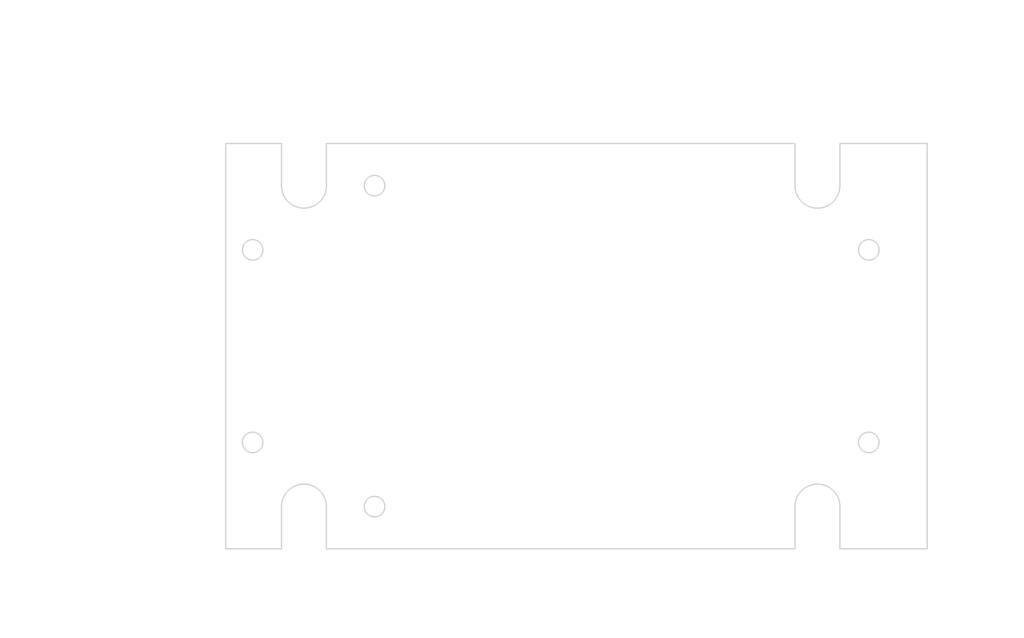
<source format=kicad_pcb>
(kicad_pcb (version 20171130) (host pcbnew "(5.1.0)-1")

  (general
    (thickness 1.6)
    (drawings 91)
    (tracks 0)
    (zones 0)
    (modules 0)
    (nets 1)
  )

  (page A4)
  (layers
    (0 F.Cu signal)
    (31 B.Cu signal)
    (32 B.Adhes user)
    (33 F.Adhes user)
    (34 B.Paste user)
    (35 F.Paste user)
    (36 B.SilkS user)
    (37 F.SilkS user)
    (38 B.Mask user)
    (39 F.Mask user)
    (40 Dwgs.User user)
    (41 Cmts.User user)
    (42 Eco1.User user)
    (43 Eco2.User user)
    (44 Edge.Cuts user)
    (45 Margin user)
    (46 B.CrtYd user)
    (47 F.CrtYd user)
    (48 B.Fab user)
    (49 F.Fab user)
  )

  (setup
    (last_trace_width 0.25)
    (trace_clearance 0.2)
    (zone_clearance 0.508)
    (zone_45_only no)
    (trace_min 0.2)
    (via_size 0.8)
    (via_drill 0.4)
    (via_min_size 0.4)
    (via_min_drill 0.3)
    (uvia_size 0.3)
    (uvia_drill 0.1)
    (uvias_allowed no)
    (uvia_min_size 0.2)
    (uvia_min_drill 0.1)
    (edge_width 0.05)
    (segment_width 0.2)
    (pcb_text_width 0.3)
    (pcb_text_size 1.5 1.5)
    (mod_edge_width 0.12)
    (mod_text_size 1 1)
    (mod_text_width 0.15)
    (pad_size 1.524 1.524)
    (pad_drill 0.762)
    (pad_to_mask_clearance 0.051)
    (solder_mask_min_width 0.25)
    (aux_axis_origin 0 0)
    (visible_elements FFFFFF7F)
    (pcbplotparams
      (layerselection 0x010fc_ffffffff)
      (usegerberextensions false)
      (usegerberattributes false)
      (usegerberadvancedattributes false)
      (creategerberjobfile false)
      (excludeedgelayer true)
      (linewidth 0.152400)
      (plotframeref false)
      (viasonmask false)
      (mode 1)
      (useauxorigin false)
      (hpglpennumber 1)
      (hpglpenspeed 20)
      (hpglpendiameter 15.000000)
      (psnegative false)
      (psa4output false)
      (plotreference true)
      (plotvalue true)
      (plotinvisibletext false)
      (padsonsilk false)
      (subtractmaskfromsilk false)
      (outputformat 1)
      (mirror false)
      (drillshape 1)
      (scaleselection 1)
      (outputdirectory ""))
  )

  (net 0 "")

  (net_class Default "This is the default net class."
    (clearance 0.2)
    (trace_width 0.25)
    (via_dia 0.8)
    (via_drill 0.4)
    (uvia_dia 0.3)
    (uvia_drill 0.1)
  )

  (gr_line (start 192.232922 140.694668) (end 119.232922 140.694668) (layer Edge.Cuts) (width 0.2))
  (gr_line (start 119.232922 140.694668) (end 119.232922 134.124847) (layer Edge.Cuts) (width 0.2))
  (gr_arc (start 115.732922 134.124847) (end 119.232922 134.124847) (angle -180) (layer Edge.Cuts) (width 0.2))
  (gr_line (start 112.232922 134.124847) (end 112.232922 140.694668) (layer Edge.Cuts) (width 0.2))
  (gr_line (start 112.232922 140.694668) (end 103.539685 140.694668) (layer Edge.Cuts) (width 0.2))
  (gr_line (start 103.539685 140.694668) (end 103.539685 77.555026) (layer Edge.Cuts) (width 0.2))
  (gr_line (start 212.832554 140.694668) (end 212.832554 77.555026) (layer Edge.Cuts) (width 0.2))
  (gr_line (start 212.832554 140.694668) (end 199.232922 140.694668) (layer Edge.Cuts) (width 0.2))
  (gr_line (start 199.232922 140.694668) (end 199.232922 134.124847) (layer Edge.Cuts) (width 0.2))
  (gr_arc (start 195.732922 134.124847) (end 199.232922 134.124847) (angle -180) (layer Edge.Cuts) (width 0.2))
  (gr_line (start 192.232922 134.124847) (end 192.232922 140.694668) (layer Edge.Cuts) (width 0.2))
  (gr_circle (center 203.732922 124.124847) (end 205.332922 124.124847) (layer Edge.Cuts) (width 0.2))
  (gr_circle (center 126.732922 134.124847) (end 128.332922 134.124847) (layer Edge.Cuts) (width 0.2))
  (gr_circle (center 107.732922 124.124847) (end 109.332922 124.124847) (layer Edge.Cuts) (width 0.2))
  (gr_line (start 192.232922 77.555026) (end 119.232922 77.555026) (layer Edge.Cuts) (width 0.2))
  (gr_line (start 119.232922 77.555026) (end 119.232922 84.124847) (layer Edge.Cuts) (width 0.2))
  (gr_arc (start 115.732922 84.124847) (end 112.232922 84.124847) (angle -180) (layer Edge.Cuts) (width 0.2))
  (gr_line (start 112.232922 84.124847) (end 112.232922 77.555026) (layer Edge.Cuts) (width 0.2))
  (gr_line (start 112.232922 77.555026) (end 103.539685 77.555026) (layer Edge.Cuts) (width 0.2))
  (gr_line (start 212.832554 77.555026) (end 199.232922 77.555026) (layer Edge.Cuts) (width 0.2))
  (gr_line (start 199.232922 77.555026) (end 199.232922 84.124847) (layer Edge.Cuts) (width 0.2))
  (gr_arc (start 195.732922 84.124847) (end 192.232922 84.124847) (angle -180) (layer Edge.Cuts) (width 0.2))
  (gr_line (start 192.232922 84.124847) (end 192.232922 77.555026) (layer Edge.Cuts) (width 0.2))
  (gr_circle (center 203.732922 94.124847) (end 205.332922 94.124847) (layer Edge.Cuts) (width 0.2))
  (gr_circle (center 126.732922 84.124847) (end 128.332922 84.124847) (layer Edge.Cuts) (width 0.2))
  (gr_circle (center 107.732922 94.124847) (end 109.332922 94.124847) (layer Edge.Cuts) (width 0.2))
  (gr_line (start 203.732922 124.214847) (end 203.732922 124.034847) (layer Dwgs.User) (width 0.2))
  (gr_line (start 203.642922 124.124847) (end 203.822922 124.124847) (layer Dwgs.User) (width 0.2))
  (gr_text " ∅3.20\n[∅0.13]" (at 223.134041 131.315324) (layer Dwgs.User)
    (effects (font (size 1.7 1.53) (thickness 0.2125)))
  )
  (gr_line (start 216.597172 131.315324) (end 206.875349 125.881307) (layer Dwgs.User) (width 0.2))
  (gr_line (start 218.597172 131.315324) (end 216.597172 131.315324) (layer Dwgs.User) (width 0.2))
  (gr_text [3.03] (at 165.232922 153.224263) (layer Dwgs.User)
    (effects (font (size 1.7 1.53) (thickness 0.2125)))
  )
  (gr_text " 77.00" (at 165.232922 149.666828) (layer Dwgs.User)
    (effects (font (size 1.7 1.53) (thickness 0.2125)))
  )
  (gr_line (start 201.732922 151.334802) (end 169.277533 151.334802) (layer Dwgs.User) (width 0.2))
  (gr_line (start 128.732922 151.334802) (end 161.188311 151.334802) (layer Dwgs.User) (width 0.2))
  (gr_line (start 203.732922 125.124847) (end 203.732922 154.509802) (layer Dwgs.User) (width 0.2))
  (gr_line (start 126.732922 135.124847) (end 126.732922 154.509802) (layer Dwgs.User) (width 0.2))
  (gr_text [.75] (at 117.232922 153.220784) (layer Dwgs.User)
    (effects (font (size 1.7 1.53) (thickness 0.2125)))
  )
  (gr_text " 19.00" (at 117.232922 149.666828) (layer Dwgs.User)
    (effects (font (size 1.7 1.53) (thickness 0.2125)))
  )
  (gr_line (start 124.732922 151.334802) (end 121.277533 151.334802) (layer Dwgs.User) (width 0.2))
  (gr_line (start 109.732922 151.334802) (end 113.188311 151.334802) (layer Dwgs.User) (width 0.2))
  (gr_line (start 126.732922 135.124847) (end 126.732922 154.509802) (layer Dwgs.User) (width 0.2))
  (gr_line (start 107.732922 125.124847) (end 107.732922 154.509802) (layer Dwgs.User) (width 0.2))
  (gr_text [.17] (at 95.67425 149.004158) (layer Dwgs.User)
    (effects (font (size 1.7 1.53) (thickness 0.2125)))
  )
  (gr_text " 4.19" (at 95.67425 145.446723) (layer Dwgs.User)
    (effects (font (size 1.7 1.53) (thickness 0.2125)))
  )
  (gr_line (start 101.539685 147.114697) (end 99.063098 147.114697) (layer Dwgs.User) (width 0.2))
  (gr_line (start 109.732922 147.114697) (end 111.732922 147.114697) (layer Dwgs.User) (width 0.2))
  (gr_line (start 107.732922 125.124847) (end 107.732922 150.289697) (layer Dwgs.User) (width 0.2))
  (gr_line (start 103.539685 141.694668) (end 103.539685 150.289697) (layer Dwgs.User) (width 0.2))
  (gr_text [1.97] (at 85.706781 111.014308) (layer Dwgs.User)
    (effects (font (size 1.7 1.53) (thickness 0.2125)))
  )
  (gr_text " 50.00" (at 85.706781 107.456873) (layer Dwgs.User)
    (effects (font (size 1.7 1.53) (thickness 0.2125)))
  )
  (gr_line (start 85.706781 132.124847) (end 85.706781 112.682282) (layer Dwgs.User) (width 0.2))
  (gr_line (start 85.706781 86.124847) (end 85.706781 105.567411) (layer Dwgs.User) (width 0.2))
  (gr_line (start 125.732922 134.124847) (end 82.531781 134.124847) (layer Dwgs.User) (width 0.2))
  (gr_line (start 125.732922 84.124847) (end 82.531781 84.124847) (layer Dwgs.User) (width 0.2))
  (gr_text [2.87] (at 155.732922 71.290183) (layer Dwgs.User)
    (effects (font (size 1.7 1.53) (thickness 0.2125)))
  )
  (gr_text " 73.00" (at 155.732922 67.732167) (layer Dwgs.User)
    (effects (font (size 1.7 1.53) (thickness 0.2125)))
  )
  (gr_line (start 121.232922 69.400721) (end 151.688311 69.400721) (layer Dwgs.User) (width 0.2))
  (gr_line (start 190.232922 69.400721) (end 159.777533 69.400721) (layer Dwgs.User) (width 0.2))
  (gr_line (start 119.232922 76.555026) (end 119.232922 66.225721) (layer Dwgs.User) (width 0.2))
  (gr_line (start 192.232922 76.555026) (end 192.232922 66.225721) (layer Dwgs.User) (width 0.2))
  (gr_text [.28] (at 125.098356 75.411665) (layer Dwgs.User)
    (effects (font (size 1.7 1.53) (thickness 0.2125)))
  )
  (gr_text " 7.00" (at 125.098356 71.854229) (layer Dwgs.User)
    (effects (font (size 1.7 1.53) (thickness 0.2125)))
  )
  (gr_line (start 119.232922 73.522204) (end 121.714148 73.522204) (layer Dwgs.User) (width 0.2))
  (gr_line (start 114.232922 73.522204) (end 117.232922 73.522204) (layer Dwgs.User) (width 0.2))
  (gr_line (start 112.232922 76.555026) (end 112.232922 70.347204) (layer Dwgs.User) (width 0.2))
  (gr_line (start 119.232922 76.555026) (end 119.232922 70.347204) (layer Dwgs.User) (width 0.2))
  (gr_text [.34] (at 94.450403 71.1528) (layer Dwgs.User)
    (effects (font (size 1.7 1.53) (thickness 0.2125)))
  )
  (gr_text " 8.69" (at 94.450403 67.595364) (layer Dwgs.User)
    (effects (font (size 1.7 1.53) (thickness 0.2125)))
  )
  (gr_line (start 103.539685 69.263339) (end 97.83925 69.263339) (layer Dwgs.User) (width 0.2))
  (gr_line (start 110.232922 69.263339) (end 105.539685 69.263339) (layer Dwgs.User) (width 0.2))
  (gr_line (start 103.539685 76.555026) (end 103.539685 66.088339) (layer Dwgs.User) (width 0.2))
  (gr_line (start 112.232922 76.555026) (end 112.232922 66.088339) (layer Dwgs.User) (width 0.2))
  (gr_text [1.18] (at 97.732922 111.014308) (layer Dwgs.User)
    (effects (font (size 1.7 1.53) (thickness 0.2125)))
  )
  (gr_text " 30.00" (at 97.732922 107.456293) (layer Dwgs.User)
    (effects (font (size 1.7 1.53) (thickness 0.2125)))
  )
  (gr_line (start 97.732922 122.124847) (end 97.732922 112.682862) (layer Dwgs.User) (width 0.2))
  (gr_line (start 97.732922 96.124847) (end 97.732922 105.566832) (layer Dwgs.User) (width 0.2))
  (gr_line (start 106.732922 124.124847) (end 94.557922 124.124847) (layer Dwgs.User) (width 0.2))
  (gr_line (start 106.732922 94.124847) (end 94.557922 94.124847) (layer Dwgs.User) (width 0.2))
  (gr_text [2.49] (at 72.40212 111.014308) (layer Dwgs.User)
    (effects (font (size 1.7 1.53) (thickness 0.2125)))
  )
  (gr_text " 63.14" (at 72.40212 107.456293) (layer Dwgs.User)
    (effects (font (size 1.7 1.53) (thickness 0.2125)))
  )
  (gr_line (start 72.40212 79.555026) (end 72.40212 105.566832) (layer Dwgs.User) (width 0.2))
  (gr_line (start 72.40212 138.694668) (end 72.40212 112.682862) (layer Dwgs.User) (width 0.2))
  (gr_line (start 102.539685 77.555026) (end 69.22712 77.555026) (layer Dwgs.User) (width 0.2))
  (gr_line (start 102.539685 140.694668) (end 69.22712 140.694668) (layer Dwgs.User) (width 0.2))
  (gr_text [4.30] (at 158.18612 60.359842) (layer Dwgs.User)
    (effects (font (size 1.7 1.53) (thickness 0.2125)))
  )
  (gr_text " 109.29" (at 158.18612 56.802406) (layer Dwgs.User)
    (effects (font (size 1.7 1.53) (thickness 0.2125)))
  )
  (gr_line (start 210.832554 58.47038) (end 162.895772 58.47038) (layer Dwgs.User) (width 0.2))
  (gr_line (start 105.539685 58.47038) (end 153.476467 58.47038) (layer Dwgs.User) (width 0.2))
  (gr_line (start 212.832554 76.555026) (end 212.832554 55.29538) (layer Dwgs.User) (width 0.2))
  (gr_line (start 103.539685 76.555026) (end 103.539685 55.29538) (layer Dwgs.User) (width 0.2))

)

</source>
